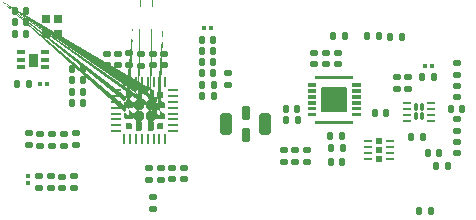
<source format=gbr>
%TF.GenerationSoftware,KiCad,Pcbnew,(7.0.0)*%
%TF.CreationDate,2023-03-06T00:02:43-06:00*%
%TF.ProjectId,RF Signal Source,52462053-6967-46e6-916c-20536f757263,rev?*%
%TF.SameCoordinates,Original*%
%TF.FileFunction,Paste,Top*%
%TF.FilePolarity,Positive*%
%FSLAX46Y46*%
G04 Gerber Fmt 4.6, Leading zero omitted, Abs format (unit mm)*
G04 Created by KiCad (PCBNEW (7.0.0)) date 2023-03-06 00:02:43*
%MOMM*%
%LPD*%
G01*
G04 APERTURE LIST*
G04 Aperture macros list*
%AMRoundRect*
0 Rectangle with rounded corners*
0 $1 Rounding radius*
0 $2 $3 $4 $5 $6 $7 $8 $9 X,Y pos of 4 corners*
0 Add a 4 corners polygon primitive as box body*
4,1,4,$2,$3,$4,$5,$6,$7,$8,$9,$2,$3,0*
0 Add four circle primitives for the rounded corners*
1,1,$1+$1,$2,$3*
1,1,$1+$1,$4,$5*
1,1,$1+$1,$6,$7*
1,1,$1+$1,$8,$9*
0 Add four rect primitives between the rounded corners*
20,1,$1+$1,$2,$3,$4,$5,0*
20,1,$1+$1,$4,$5,$6,$7,0*
20,1,$1+$1,$6,$7,$8,$9,0*
20,1,$1+$1,$8,$9,$2,$3,0*%
%AMFreePoly0*
4,1,48,0.167798,0.256593,0.185367,0.256593,0.199581,0.246266,0.216293,0.240836,0.226620,0.226620,0.240836,0.216293,0.246266,0.199581,0.256593,0.185367,0.256593,0.167798,0.262023,0.151086,0.262023,-0.151086,0.256593,-0.167798,0.256593,-0.185367,0.246266,-0.199581,0.240836,-0.216293,0.226620,-0.226620,0.216293,-0.240836,0.199581,-0.246266,0.185367,-0.256593,0.167798,-0.256593,
0.151086,-0.262023,-0.151086,-0.262023,-0.167798,-0.256593,-0.185367,-0.256593,-0.199581,-0.246266,-0.216293,-0.240836,-0.226620,-0.226620,-0.240836,-0.216293,-0.246266,-0.199581,-0.256593,-0.185367,-0.256593,-0.167798,-0.262023,-0.151086,-0.262023,0.059182,-0.259256,0.067695,-0.260657,0.076537,-0.248863,0.099682,-0.240836,0.124389,-0.233593,0.129650,-0.229530,0.137626,-0.137626,0.229530,
-0.129650,0.233593,-0.124389,0.240836,-0.099680,0.248864,-0.076536,0.260657,-0.067695,0.259256,-0.059182,0.262023,0.151086,0.262023,0.167798,0.256593,0.167798,0.256593,$1*%
%AMFreePoly1*
4,1,51,0.186360,0.401121,0.190164,0.401792,0.193508,0.399860,0.204806,0.397869,0.222114,0.383345,0.241678,0.372050,0.244361,0.364677,0.250373,0.359633,0.254296,0.337382,0.262023,0.316154,0.262023,-0.316154,0.260031,-0.327450,0.260702,-0.331254,0.258770,-0.334598,0.256779,-0.345896,0.242255,-0.363204,0.230960,-0.382768,0.223587,-0.385451,0.218543,-0.391463,0.196292,-0.395386,
0.175064,-0.403113,-0.103025,-0.403113,-0.108343,-0.402175,-0.110605,-0.402781,-0.114068,-0.401165,-0.132767,-0.397869,-0.147310,-0.385665,-0.164515,-0.377643,-0.236554,-0.305603,-0.239650,-0.301180,-0.241678,-0.300010,-0.242985,-0.296417,-0.253876,-0.280864,-0.255530,-0.261951,-0.262023,-0.244114,-0.262023,0.244114,-0.261085,0.249429,-0.261692,0.251692,-0.260075,0.255158,-0.256779,0.273856,
-0.244576,0.288398,-0.236554,0.305603,-0.164515,0.377643,-0.160091,0.380740,-0.158921,0.382768,-0.155328,0.384075,-0.139776,0.394966,-0.120862,0.396620,-0.103025,0.403113,0.175064,0.403113,0.186360,0.401121,0.186360,0.401121,$1*%
%AMFreePoly2*
4,1,48,0.167798,0.256593,0.185367,0.256593,0.199581,0.246266,0.216293,0.240836,0.226620,0.226620,0.240836,0.216293,0.246266,0.199581,0.256593,0.185367,0.256593,0.167798,0.262023,0.151086,0.262023,-0.151086,0.256593,-0.167798,0.256593,-0.185367,0.246266,-0.199581,0.240836,-0.216293,0.226620,-0.226620,0.216293,-0.240836,0.199581,-0.246266,0.185367,-0.256593,0.167798,-0.256593,
0.151086,-0.262023,-0.059182,-0.262023,-0.067695,-0.259256,-0.076536,-0.260657,-0.099680,-0.248864,-0.124389,-0.240836,-0.129650,-0.233593,-0.137626,-0.229530,-0.229530,-0.137626,-0.233593,-0.129650,-0.240836,-0.124389,-0.248863,-0.099682,-0.260657,-0.076537,-0.259256,-0.067695,-0.262023,-0.059182,-0.262023,0.151086,-0.256593,0.167798,-0.256593,0.185367,-0.246266,0.199581,-0.240836,0.216293,
-0.226620,0.226620,-0.216293,0.240836,-0.199581,0.246266,-0.185367,0.256593,-0.167798,0.256593,-0.151086,0.262023,0.151086,0.262023,0.167798,0.256593,0.167798,0.256593,$1*%
%AMFreePoly3*
4,1,51,0.249429,0.261085,0.251692,0.261692,0.255158,0.260075,0.273856,0.256779,0.288398,0.244576,0.305603,0.236554,0.377643,0.164515,0.380740,0.160091,0.382768,0.158921,0.384075,0.155328,0.394966,0.139776,0.396620,0.120862,0.403113,0.103025,0.403113,-0.175064,0.401121,-0.186360,0.401792,-0.190164,0.399860,-0.193508,0.397869,-0.204806,0.383345,-0.222114,0.372050,-0.241678,
0.364677,-0.244361,0.359633,-0.250373,0.337382,-0.254296,0.316154,-0.262023,-0.316154,-0.262023,-0.327450,-0.260031,-0.331254,-0.260702,-0.334598,-0.258770,-0.345896,-0.256779,-0.363204,-0.242255,-0.382768,-0.230960,-0.385451,-0.223587,-0.391463,-0.218543,-0.395386,-0.196292,-0.403113,-0.175064,-0.403113,0.103025,-0.402175,0.108341,-0.402782,0.110604,-0.401165,0.114070,-0.397869,0.132767,
-0.385665,0.147309,-0.377643,0.164515,-0.305603,0.236554,-0.301180,0.239650,-0.300010,0.241678,-0.296417,0.242985,-0.280864,0.253876,-0.261952,0.255530,-0.244114,0.262023,0.244114,0.262023,0.249429,0.261085,0.249429,0.261085,$1*%
%AMFreePoly4*
4,1,51,0.327450,0.260031,0.331254,0.260702,0.334598,0.258770,0.345896,0.256779,0.363204,0.242255,0.382768,0.230960,0.385451,0.223587,0.391463,0.218543,0.395386,0.196292,0.403113,0.175064,0.403113,-0.103025,0.402175,-0.108343,0.402781,-0.110605,0.401165,-0.114068,0.397869,-0.132767,0.385665,-0.147310,0.377643,-0.164515,0.305603,-0.236554,0.301180,-0.239650,0.300010,-0.241678,
0.296417,-0.242985,0.280864,-0.253876,0.261951,-0.255530,0.244114,-0.262023,-0.244114,-0.262023,-0.249429,-0.261085,-0.251692,-0.261692,-0.255158,-0.260075,-0.273856,-0.256779,-0.288398,-0.244576,-0.305603,-0.236554,-0.377643,-0.164515,-0.380740,-0.160091,-0.382768,-0.158921,-0.384075,-0.155328,-0.394966,-0.139776,-0.396620,-0.120862,-0.403113,-0.103025,-0.403113,0.175064,-0.401121,0.186360,
-0.401792,0.190164,-0.399860,0.193508,-0.397869,0.204806,-0.383345,0.222114,-0.372050,0.241678,-0.364677,0.244361,-0.359633,0.250373,-0.337382,0.254296,-0.316154,0.262023,0.316154,0.262023,0.327450,0.260031,0.327450,0.260031,$1*%
%AMFreePoly5*
4,1,48,0.067695,0.259256,0.076537,0.260657,0.099682,0.248863,0.124389,0.240836,0.129650,0.233593,0.137626,0.229530,0.229530,0.137626,0.233593,0.129650,0.240836,0.124389,0.248864,0.099680,0.260657,0.076536,0.259256,0.067695,0.262023,0.059182,0.262023,-0.151086,0.256593,-0.167798,0.256593,-0.185367,0.246266,-0.199581,0.240836,-0.216293,0.226620,-0.226620,0.216293,-0.240836,
0.199581,-0.246266,0.185367,-0.256593,0.167798,-0.256593,0.151086,-0.262023,-0.151086,-0.262023,-0.167798,-0.256593,-0.185367,-0.256593,-0.199581,-0.246266,-0.216293,-0.240836,-0.226620,-0.226620,-0.240836,-0.216293,-0.246266,-0.199581,-0.256593,-0.185367,-0.256593,-0.167798,-0.262023,-0.151086,-0.262023,0.151086,-0.256593,0.167798,-0.256593,0.185367,-0.246266,0.199581,-0.240836,0.216293,
-0.226620,0.226620,-0.216293,0.240836,-0.199581,0.246266,-0.185367,0.256593,-0.167798,0.256593,-0.151086,0.262023,0.059182,0.262023,0.067695,0.259256,0.067695,0.259256,$1*%
%AMFreePoly6*
4,1,51,0.108341,0.402175,0.110604,0.402782,0.114070,0.401165,0.132767,0.397869,0.147309,0.385665,0.164515,0.377643,0.236554,0.305603,0.239650,0.301180,0.241678,0.300010,0.242985,0.296417,0.253876,0.280864,0.255530,0.261952,0.262023,0.244114,0.262023,-0.244114,0.261085,-0.249429,0.261692,-0.251692,0.260075,-0.255158,0.256779,-0.273856,0.244576,-0.288398,0.236554,-0.305603,
0.164515,-0.377643,0.160091,-0.380740,0.158921,-0.382768,0.155328,-0.384075,0.139776,-0.394966,0.120862,-0.396620,0.103025,-0.403113,-0.175064,-0.403113,-0.186360,-0.401121,-0.190164,-0.401792,-0.193508,-0.399860,-0.204806,-0.397869,-0.222114,-0.383345,-0.241678,-0.372050,-0.244361,-0.364677,-0.250373,-0.359633,-0.254296,-0.337382,-0.262023,-0.316154,-0.262023,0.316154,-0.260031,0.327450,
-0.260702,0.331254,-0.258770,0.334598,-0.256779,0.345896,-0.242255,0.363204,-0.230960,0.382768,-0.223587,0.385451,-0.218543,0.391463,-0.196292,0.395386,-0.175064,0.403113,0.103025,0.403113,0.108341,0.402175,0.108341,0.402175,$1*%
%AMFreePoly7*
4,1,48,0.167798,0.256593,0.185367,0.256593,0.199581,0.246266,0.216293,0.240836,0.226620,0.226620,0.240836,0.216293,0.246266,0.199581,0.256593,0.185367,0.256593,0.167798,0.262023,0.151086,0.262023,-0.059182,0.259256,-0.067695,0.260657,-0.076536,0.248864,-0.099680,0.240836,-0.124389,0.233593,-0.129650,0.229530,-0.137626,0.137626,-0.229530,0.129650,-0.233593,0.124389,-0.240836,
0.099682,-0.248863,0.076537,-0.260657,0.067695,-0.259256,0.059182,-0.262023,-0.151086,-0.262023,-0.167798,-0.256593,-0.185367,-0.256593,-0.199581,-0.246266,-0.216293,-0.240836,-0.226620,-0.226620,-0.240836,-0.216293,-0.246266,-0.199581,-0.256593,-0.185367,-0.256593,-0.167798,-0.262023,-0.151086,-0.262023,0.151086,-0.256593,0.167798,-0.256593,0.185367,-0.246266,0.199581,-0.240836,0.216293,
-0.226620,0.226620,-0.216293,0.240836,-0.199581,0.246266,-0.185367,0.256593,-0.167798,0.256593,-0.151086,0.262023,0.151086,0.262023,0.167798,0.256593,0.167798,0.256593,$1*%
G04 Aperture macros list end*
%ADD10C,0.010000*%
%ADD11C,0.203200*%
%ADD12RoundRect,0.062500X0.375000X-0.062500X0.375000X0.062500X-0.375000X0.062500X-0.375000X-0.062500X0*%
%ADD13RoundRect,0.062500X0.062500X-0.375000X0.062500X0.375000X-0.062500X0.375000X-0.062500X-0.375000X0*%
%ADD14FreePoly0,90.000000*%
%ADD15FreePoly1,90.000000*%
%ADD16FreePoly2,90.000000*%
%ADD17FreePoly3,90.000000*%
%ADD18RoundRect,0.201557X0.201556X-0.201556X0.201556X0.201556X-0.201556X0.201556X-0.201556X-0.201556X0*%
%ADD19FreePoly4,90.000000*%
%ADD20FreePoly5,90.000000*%
%ADD21FreePoly6,90.000000*%
%ADD22FreePoly7,90.000000*%
%ADD23R,0.380000X0.400000*%
%ADD24RoundRect,0.152500X-0.152500X-0.470000X0.152500X-0.470000X0.152500X0.470000X-0.152500X0.470000X0*%
%ADD25RoundRect,0.249600X-0.270400X-0.650400X0.270400X-0.650400X0.270400X0.650400X-0.270400X0.650400X0*%
%ADD26RoundRect,0.135000X-0.185000X0.135000X-0.185000X-0.135000X0.185000X-0.135000X0.185000X0.135000X0*%
%ADD27RoundRect,0.012800X-0.332200X-0.147200X0.332200X-0.147200X0.332200X0.147200X-0.332200X0.147200X0*%
%ADD28RoundRect,0.140000X-0.140000X-0.170000X0.140000X-0.170000X0.140000X0.170000X-0.140000X0.170000X0*%
%ADD29RoundRect,0.140000X0.140000X0.170000X-0.140000X0.170000X-0.140000X-0.170000X0.140000X-0.170000X0*%
%ADD30RoundRect,0.140000X-0.170000X0.140000X-0.170000X-0.140000X0.170000X-0.140000X0.170000X0.140000X0*%
%ADD31RoundRect,0.090000X-0.090000X-0.210000X0.090000X-0.210000X0.090000X0.210000X-0.090000X0.210000X0*%
%ADD32RoundRect,0.062500X-0.287500X-0.062500X0.287500X-0.062500X0.287500X0.062500X-0.287500X0.062500X0*%
%ADD33RoundRect,0.135000X0.185000X-0.135000X0.185000X0.135000X-0.185000X0.135000X-0.185000X-0.135000X0*%
%ADD34RoundRect,0.135000X0.135000X0.185000X-0.135000X0.185000X-0.135000X-0.185000X0.135000X-0.185000X0*%
%ADD35RoundRect,0.140000X0.170000X-0.140000X0.170000X0.140000X-0.170000X0.140000X-0.170000X-0.140000X0*%
%ADD36RoundRect,0.135000X-0.135000X-0.185000X0.135000X-0.185000X0.135000X0.185000X-0.135000X0.185000X0*%
%ADD37R,0.650000X0.750000*%
%ADD38R,0.400000X0.380000*%
%ADD39RoundRect,0.147500X-0.172500X0.147500X-0.172500X-0.147500X0.172500X-0.147500X0.172500X0.147500X0*%
%ADD40R,0.700000X0.250000*%
%ADD41R,0.500000X0.590000*%
G04 APERTURE END LIST*
%TO.C,U5*%
G36*
X154646209Y-84376311D02*
G01*
X154014209Y-84376311D01*
X154014209Y-83364311D01*
X154646209Y-83364311D01*
X154646209Y-84376311D01*
G37*
D10*
X154646209Y-84376311D02*
X154014209Y-84376311D01*
X154014209Y-83364311D01*
X154646209Y-83364311D01*
X154646209Y-84376311D01*
%TO.C,IC1*%
G36*
X178208025Y-88084210D02*
G01*
X177578785Y-88084210D01*
X177578785Y-87882574D01*
X178208025Y-87882574D01*
X178208025Y-88084210D01*
G37*
X178208025Y-88084210D02*
X177578785Y-88084210D01*
X177578785Y-87882574D01*
X178208025Y-87882574D01*
X178208025Y-88084210D01*
G36*
X178208025Y-87082316D02*
G01*
X177579235Y-87082316D01*
X177579235Y-86882574D01*
X178208025Y-86882574D01*
X178208025Y-87082316D01*
G37*
X178208025Y-87082316D02*
X177579235Y-87082316D01*
X177579235Y-86882574D01*
X178208025Y-86882574D01*
X178208025Y-87082316D01*
G36*
X178208025Y-88584364D02*
G01*
X177580115Y-88584364D01*
X177580115Y-88382574D01*
X178208025Y-88382574D01*
X178208025Y-88584364D01*
G37*
X178208025Y-88584364D02*
X177580115Y-88584364D01*
X177580115Y-88382574D01*
X178208025Y-88382574D01*
X178208025Y-88584364D01*
G36*
X178208025Y-86582269D02*
G01*
X177581995Y-86582269D01*
X177581995Y-86382574D01*
X178208025Y-86382574D01*
X178208025Y-86582269D01*
G37*
X178208025Y-86582269D02*
X177581995Y-86582269D01*
X177581995Y-86382574D01*
X178208025Y-86382574D01*
X178208025Y-86582269D01*
G36*
X178208025Y-87582728D02*
G01*
X177582055Y-87582728D01*
X177582055Y-87382574D01*
X178208025Y-87382574D01*
X178208025Y-87582728D01*
G37*
X178208025Y-87582728D02*
X177582055Y-87582728D01*
X177582055Y-87382574D01*
X178208025Y-87382574D01*
X178208025Y-87582728D01*
G36*
X178208025Y-86082084D02*
G01*
X177582085Y-86082084D01*
X177582085Y-85882574D01*
X178208025Y-85882574D01*
X178208025Y-86082084D01*
G37*
X178208025Y-86082084D02*
X177582085Y-86082084D01*
X177582085Y-85882574D01*
X178208025Y-85882574D01*
X178208025Y-86082084D01*
G36*
X178845525Y-85441564D02*
G01*
X178217465Y-85441564D01*
X178217465Y-85245074D01*
X178845525Y-85245074D01*
X178845525Y-85441564D01*
G37*
X178845525Y-85441564D02*
X178217465Y-85441564D01*
X178217465Y-85245074D01*
X178845525Y-85245074D01*
X178845525Y-85441564D01*
G36*
X178845525Y-89220084D02*
G01*
X178220515Y-89220084D01*
X178220515Y-89020074D01*
X178845525Y-89020074D01*
X178845525Y-89220084D01*
G37*
X178845525Y-89220084D02*
X178220515Y-89220084D01*
X178220515Y-89020074D01*
X178845525Y-89020074D01*
X178845525Y-89220084D01*
G36*
X179345525Y-85442834D02*
G01*
X178719195Y-85442834D01*
X178719195Y-85245074D01*
X179345525Y-85245074D01*
X179345525Y-85442834D01*
G37*
X179345525Y-85442834D02*
X178719195Y-85442834D01*
X178719195Y-85245074D01*
X179345525Y-85245074D01*
X179345525Y-85442834D01*
G36*
X179345525Y-89221794D02*
G01*
X178719605Y-89221794D01*
X178719605Y-89020074D01*
X179345525Y-89020074D01*
X179345525Y-89221794D01*
G37*
X179345525Y-89221794D02*
X178719605Y-89221794D01*
X178719605Y-89020074D01*
X179345525Y-89020074D01*
X179345525Y-89221794D01*
G36*
X180783025Y-88232574D02*
G01*
X178783025Y-88232574D01*
X178783025Y-86232574D01*
X180783025Y-86232574D01*
X180783025Y-88232574D01*
G37*
D11*
X180783025Y-88232574D02*
X178783025Y-88232574D01*
X178783025Y-86232574D01*
X180783025Y-86232574D01*
X180783025Y-88232574D01*
G36*
X179845525Y-89223344D02*
G01*
X179219599Y-89223344D01*
X179219599Y-89020074D01*
X179845525Y-89020074D01*
X179845525Y-89223344D01*
G37*
D10*
X179845525Y-89223344D02*
X179219599Y-89223344D01*
X179219599Y-89020074D01*
X179845525Y-89020074D01*
X179845525Y-89223344D01*
G36*
X179845525Y-85442454D02*
G01*
X179219700Y-85442454D01*
X179219700Y-85245074D01*
X179845525Y-85245074D01*
X179845525Y-85442454D01*
G37*
X179845525Y-85442454D02*
X179219700Y-85442454D01*
X179219700Y-85245074D01*
X179845525Y-85245074D01*
X179845525Y-85442454D01*
G36*
X180345525Y-89221744D02*
G01*
X179720473Y-89221744D01*
X179720473Y-89020074D01*
X180345525Y-89020074D01*
X180345525Y-89221744D01*
G37*
X180345525Y-89221744D02*
X179720473Y-89221744D01*
X179720473Y-89020074D01*
X180345525Y-89020074D01*
X180345525Y-89221744D01*
G36*
X180345525Y-85444804D02*
G01*
X179720516Y-85444804D01*
X179720516Y-85245074D01*
X180345525Y-85245074D01*
X180345525Y-85444804D01*
G37*
X180345525Y-85444804D02*
X179720516Y-85444804D01*
X179720516Y-85245074D01*
X180345525Y-85245074D01*
X180345525Y-85444804D01*
G36*
X180845525Y-89220924D02*
G01*
X180220712Y-89220924D01*
X180220712Y-89020074D01*
X180845525Y-89020074D01*
X180845525Y-89220924D01*
G37*
X180845525Y-89220924D02*
X180220712Y-89220924D01*
X180220712Y-89020074D01*
X180845525Y-89020074D01*
X180845525Y-89220924D01*
G36*
X180845525Y-85444084D02*
G01*
X180220767Y-85444084D01*
X180220767Y-85245074D01*
X180845525Y-85245074D01*
X180845525Y-85444084D01*
G37*
X180845525Y-85444084D02*
X180220767Y-85444084D01*
X180220767Y-85245074D01*
X180845525Y-85245074D01*
X180845525Y-85444084D01*
G36*
X181345525Y-89222584D02*
G01*
X180721711Y-89222584D01*
X180721711Y-89020074D01*
X181345525Y-89020074D01*
X181345525Y-89222584D01*
G37*
X181345525Y-89222584D02*
X180721711Y-89222584D01*
X180721711Y-89020074D01*
X181345525Y-89020074D01*
X181345525Y-89222584D01*
G36*
X181345525Y-85442384D02*
G01*
X180721937Y-85442384D01*
X180721937Y-85245074D01*
X181345525Y-85245074D01*
X181345525Y-85442384D01*
G37*
X181345525Y-85442384D02*
X180721937Y-85442384D01*
X180721937Y-85245074D01*
X181345525Y-85245074D01*
X181345525Y-85442384D01*
G36*
X181983025Y-87082493D02*
G01*
X181358875Y-87082493D01*
X181358875Y-86882574D01*
X181983025Y-86882574D01*
X181983025Y-87082493D01*
G37*
X181983025Y-87082493D02*
X181358875Y-87082493D01*
X181358875Y-86882574D01*
X181983025Y-86882574D01*
X181983025Y-87082493D01*
G36*
X181983025Y-88583834D02*
G01*
X181359505Y-88583834D01*
X181359505Y-88382574D01*
X181983025Y-88382574D01*
X181983025Y-88583834D01*
G37*
X181983025Y-88583834D02*
X181359505Y-88583834D01*
X181359505Y-88382574D01*
X181983025Y-88382574D01*
X181983025Y-88583834D01*
G36*
X181983025Y-86081454D02*
G01*
X181359555Y-86081454D01*
X181359555Y-85882574D01*
X181983025Y-85882574D01*
X181983025Y-86081454D01*
G37*
X181983025Y-86081454D02*
X181359555Y-86081454D01*
X181359555Y-85882574D01*
X181983025Y-85882574D01*
X181983025Y-86081454D01*
G36*
X181983025Y-88084151D02*
G01*
X181360945Y-88084151D01*
X181360945Y-87882574D01*
X181983025Y-87882574D01*
X181983025Y-88084151D01*
G37*
X181983025Y-88084151D02*
X181360945Y-88084151D01*
X181360945Y-87882574D01*
X181983025Y-87882574D01*
X181983025Y-88084151D01*
G36*
X181983025Y-86581326D02*
G01*
X181361045Y-86581326D01*
X181361045Y-86382574D01*
X181983025Y-86382574D01*
X181983025Y-86581326D01*
G37*
X181983025Y-86581326D02*
X181361045Y-86581326D01*
X181361045Y-86382574D01*
X181983025Y-86382574D01*
X181983025Y-86581326D01*
G36*
X181983025Y-87583256D02*
G01*
X181361095Y-87583256D01*
X181361095Y-87382574D01*
X181983025Y-87382574D01*
X181983025Y-87583256D01*
G37*
X181983025Y-87583256D02*
X181361095Y-87583256D01*
X181361095Y-87382574D01*
X181983025Y-87382574D01*
X181983025Y-87583256D01*
%TD*%
D12*
%TO.C,U2*%
X161332867Y-89927500D03*
X161332867Y-89427500D03*
X161332867Y-88927500D03*
X161332867Y-88427500D03*
X161332867Y-87927500D03*
X161332867Y-87427500D03*
X161332867Y-86927500D03*
X161332867Y-86427500D03*
D13*
X162020367Y-85740000D03*
X162520367Y-85740000D03*
X163020367Y-85740000D03*
X163520367Y-85740000D03*
X164020367Y-85740000D03*
X164520367Y-85740000D03*
X165020367Y-85740000D03*
X165520367Y-85740000D03*
D12*
X166207867Y-86427500D03*
X166207867Y-86927500D03*
X166207867Y-87427500D03*
X166207867Y-87927500D03*
X166207867Y-88427500D03*
X166207867Y-88927500D03*
X166207867Y-89427500D03*
X166207867Y-89927500D03*
D13*
X165520367Y-90615000D03*
X165020367Y-90615000D03*
X164520367Y-90615000D03*
X164020367Y-90615000D03*
X163520367Y-90615000D03*
X163020367Y-90615000D03*
X162520367Y-90615000D03*
X162020367Y-90615000D03*
D14*
X165095367Y-86852500D03*
D15*
X164270367Y-86852500D03*
X163270367Y-86852500D03*
D16*
X162445367Y-86852500D03*
D17*
X165095367Y-87677500D03*
D18*
X164270367Y-87677500D03*
X163270367Y-87677500D03*
D19*
X162445367Y-87677500D03*
D17*
X165095367Y-88677500D03*
D18*
X164270367Y-88677500D03*
X163270367Y-88677500D03*
D19*
X162445367Y-88677500D03*
D20*
X165095367Y-89502500D03*
D21*
X164270367Y-89502500D03*
X163270367Y-89502500D03*
D22*
X162445367Y-89502500D03*
%TD*%
D23*
%TO.C,FB4*%
X188091043Y-84373067D03*
X187529043Y-84373067D03*
%TD*%
D24*
%TO.C,FL1*%
X172315169Y-88397199D03*
D25*
X173940169Y-89324699D03*
D24*
X172315169Y-90252199D03*
D25*
X170690169Y-89324699D03*
%TD*%
D26*
%TO.C,R8*%
X165124941Y-93008636D03*
X165124941Y-94028636D03*
%TD*%
D27*
%TO.C,U5*%
X153310209Y-83220311D03*
X153310209Y-83870311D03*
X153310209Y-84520311D03*
X155350209Y-84520311D03*
X155350209Y-83870311D03*
X155350209Y-83220311D03*
%TD*%
D23*
%TO.C,FB5*%
X155465338Y-85928261D03*
X154903338Y-85928261D03*
%TD*%
D28*
%TO.C,C41*%
X152778387Y-81726012D03*
X153738387Y-81726012D03*
%TD*%
D29*
%TO.C,C20*%
X153942205Y-85957044D03*
X152982205Y-85957044D03*
%TD*%
D30*
%TO.C,C8*%
X160566751Y-83356556D03*
X160566751Y-84316556D03*
%TD*%
D31*
%TO.C,U4*%
X186767619Y-87897074D03*
X186767619Y-88647074D03*
X187217619Y-87897074D03*
X187217619Y-88647074D03*
D32*
X185992619Y-87522074D03*
X185992619Y-88022074D03*
X185992619Y-88522074D03*
X185992619Y-89022074D03*
X187992619Y-89022074D03*
X187992619Y-88522074D03*
X187992619Y-88022074D03*
X187992619Y-87522074D03*
%TD*%
D33*
%TO.C,R23*%
X177477321Y-92550030D03*
X177477321Y-91530030D03*
%TD*%
D34*
%TO.C,R12*%
X176732609Y-88987254D03*
X175712609Y-88987254D03*
%TD*%
D26*
%TO.C,R1*%
X190180441Y-88910233D03*
X190180441Y-89930233D03*
%TD*%
D34*
%TO.C,R7*%
X179523768Y-91364479D03*
X180543768Y-91364479D03*
%TD*%
D33*
%TO.C,R10*%
X157945994Y-90114774D03*
X157945994Y-91134774D03*
%TD*%
D35*
%TO.C,C4*%
X175553835Y-92501026D03*
X175553835Y-91541026D03*
%TD*%
D34*
%TO.C,R19*%
X184503700Y-81931830D03*
X185523700Y-81931830D03*
%TD*%
D35*
%TO.C,C10*%
X166114916Y-94002309D03*
X166114916Y-93042309D03*
%TD*%
D28*
%TO.C,C15*%
X157609515Y-84668103D03*
X158569515Y-84668103D03*
%TD*%
%TO.C,C22*%
X168627317Y-84089390D03*
X169587317Y-84089390D03*
%TD*%
D29*
%TO.C,C40*%
X169599130Y-85989499D03*
X168639130Y-85989499D03*
%TD*%
D30*
%TO.C,C34*%
X190173238Y-90824995D03*
X190173238Y-91784995D03*
%TD*%
%TO.C,C27*%
X157815815Y-94716393D03*
X157815815Y-93756393D03*
%TD*%
D28*
%TO.C,C21*%
X168627317Y-85024893D03*
X169587317Y-85024893D03*
%TD*%
D29*
%TO.C,C2*%
X188685349Y-91802440D03*
X187725349Y-91802440D03*
%TD*%
D36*
%TO.C,R22*%
X188026030Y-96679428D03*
X187006030Y-96679428D03*
%TD*%
D37*
%TO.C,Y1*%
X155412332Y-80399495D03*
X155412332Y-81699495D03*
X156412332Y-81699495D03*
X156412332Y-80399495D03*
%TD*%
D26*
%TO.C,R3*%
X162479190Y-84361329D03*
X162479190Y-83341329D03*
%TD*%
D23*
%TO.C,FB2*%
X169385280Y-81199814D03*
X168823280Y-81199814D03*
%TD*%
D35*
%TO.C,C32*%
X179098184Y-83299225D03*
X179098184Y-84259225D03*
%TD*%
D29*
%TO.C,C6*%
X153723763Y-79718489D03*
X152763763Y-79718489D03*
%TD*%
D36*
%TO.C,R15*%
X168624489Y-86983298D03*
X169644489Y-86983298D03*
%TD*%
D29*
%TO.C,C37*%
X190629787Y-88004704D03*
X189669787Y-88004704D03*
%TD*%
D35*
%TO.C,C35*%
X185096396Y-86317960D03*
X185096396Y-85357960D03*
%TD*%
D28*
%TO.C,C39*%
X152790322Y-80696979D03*
X153750322Y-80696979D03*
%TD*%
D33*
%TO.C,R14*%
X170843317Y-86009823D03*
X170843317Y-84989823D03*
%TD*%
D35*
%TO.C,C29*%
X180118321Y-83309931D03*
X180118321Y-84269931D03*
%TD*%
D30*
%TO.C,C9*%
X161538960Y-83350160D03*
X161538960Y-84310160D03*
%TD*%
D33*
%TO.C,R11*%
X156928744Y-91144651D03*
X156928744Y-90124651D03*
%TD*%
D36*
%TO.C,R2*%
X187270097Y-85354095D03*
X188290097Y-85354095D03*
%TD*%
D38*
%TO.C,FB3*%
X153869075Y-93725505D03*
X153869075Y-94287505D03*
%TD*%
D35*
%TO.C,C5*%
X176513667Y-92500769D03*
X176513667Y-91540769D03*
%TD*%
D26*
%TO.C,R4*%
X164454753Y-96500247D03*
X164454753Y-95480247D03*
%TD*%
D30*
%TO.C,C11*%
X167068896Y-93047130D03*
X167068896Y-94007130D03*
%TD*%
D33*
%TO.C,R16*%
X153946127Y-91134774D03*
X153946127Y-90114774D03*
%TD*%
D30*
%TO.C,C24*%
X156797835Y-94723955D03*
X156797835Y-93763955D03*
%TD*%
D36*
%TO.C,R20*%
X183633780Y-81902201D03*
X182613780Y-81902201D03*
%TD*%
D26*
%TO.C,R17*%
X154943624Y-91157276D03*
X154943624Y-90137276D03*
%TD*%
D34*
%TO.C,R13*%
X189470833Y-92834509D03*
X188450833Y-92834509D03*
%TD*%
D29*
%TO.C,C18*%
X158576493Y-85621124D03*
X157616493Y-85621124D03*
%TD*%
D34*
%TO.C,R21*%
X179726299Y-81894138D03*
X180746299Y-81894138D03*
%TD*%
D35*
%TO.C,C36*%
X190176531Y-85142759D03*
X190176531Y-84182759D03*
%TD*%
D30*
%TO.C,C28*%
X154804079Y-94710134D03*
X154804079Y-93750134D03*
%TD*%
D28*
%TO.C,C26*%
X168618605Y-82176939D03*
X169578605Y-82176939D03*
%TD*%
D29*
%TO.C,C16*%
X158574048Y-86593329D03*
X157614048Y-86593329D03*
%TD*%
D26*
%TO.C,R5*%
X164123069Y-93003315D03*
X164123069Y-94023315D03*
%TD*%
D34*
%TO.C,R6*%
X180513442Y-90351800D03*
X179493442Y-90351800D03*
%TD*%
D28*
%TO.C,C1*%
X186345151Y-90446643D03*
X187305151Y-90446643D03*
%TD*%
D39*
%TO.C,L1*%
X190189440Y-86080442D03*
X190189440Y-87050442D03*
%TD*%
D28*
%TO.C,C30*%
X175729223Y-88006085D03*
X176689223Y-88006085D03*
%TD*%
D40*
%TO.C,U1*%
X182711789Y-92268718D03*
X182711789Y-91768718D03*
X182711789Y-91268718D03*
X182711789Y-90768718D03*
X184561789Y-90768718D03*
X184561789Y-91268718D03*
X184561789Y-91768718D03*
X184561789Y-92268718D03*
D41*
X183636789Y-90784718D03*
X183636789Y-91518718D03*
X183636789Y-92252718D03*
%TD*%
D33*
%TO.C,R18*%
X155923182Y-90121358D03*
X155923182Y-91141358D03*
%TD*%
%TO.C,R9*%
X163481281Y-83347824D03*
X163481281Y-84367824D03*
%TD*%
D30*
%TO.C,C31*%
X186092721Y-85355965D03*
X186092721Y-86315965D03*
%TD*%
%TO.C,C23*%
X155808453Y-94714687D03*
X155808453Y-93754687D03*
%TD*%
D35*
%TO.C,C12*%
X164467784Y-84313743D03*
X164467784Y-83353743D03*
%TD*%
D29*
%TO.C,C17*%
X157624926Y-87561466D03*
X158584926Y-87561466D03*
%TD*%
D30*
%TO.C,C33*%
X178144168Y-84260486D03*
X178144168Y-83300486D03*
%TD*%
D28*
%TO.C,C3*%
X179509467Y-92549045D03*
X180469467Y-92549045D03*
%TD*%
D30*
%TO.C,C7*%
X165436723Y-83347905D03*
X165436723Y-84307905D03*
%TD*%
D28*
%TO.C,C25*%
X168624619Y-83143008D03*
X169584619Y-83143008D03*
%TD*%
%TO.C,C38*%
X183241530Y-88419001D03*
X184201530Y-88419001D03*
%TD*%
M02*

</source>
